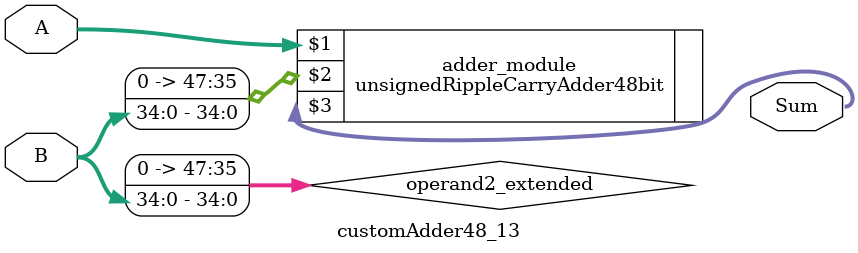
<source format=v>
module customAdder48_13(
                        input [47 : 0] A,
                        input [34 : 0] B,
                        
                        output [48 : 0] Sum
                );

        wire [47 : 0] operand2_extended;
        
        assign operand2_extended =  {13'b0, B};
        
        unsignedRippleCarryAdder48bit adder_module(
            A,
            operand2_extended,
            Sum
        );
        
        endmodule
        
</source>
